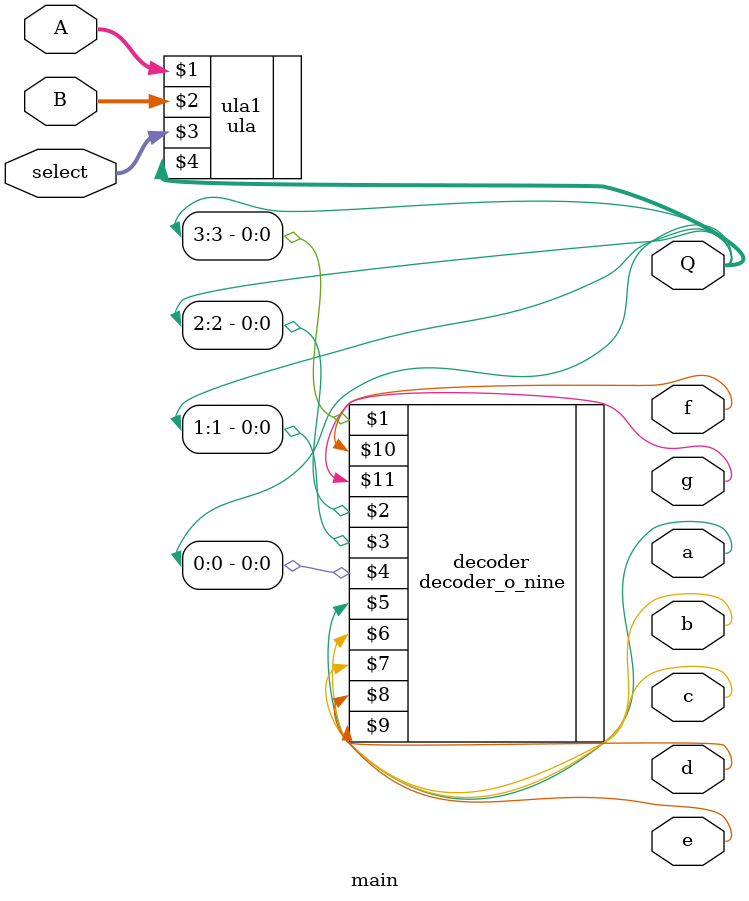
<source format=v>
module main(
	input wire [2:0] select,
	input wire [3:0] A, B,
	output wire [3:0] Q,
	output wire a, b, c, d, e, f, g
);




ula ula1(A, B, select, Q);
decoder_o_nine decoder(Q[3], Q[2], Q[1], Q[0], a, b, c, d, e, f, g);


endmodule
</source>
